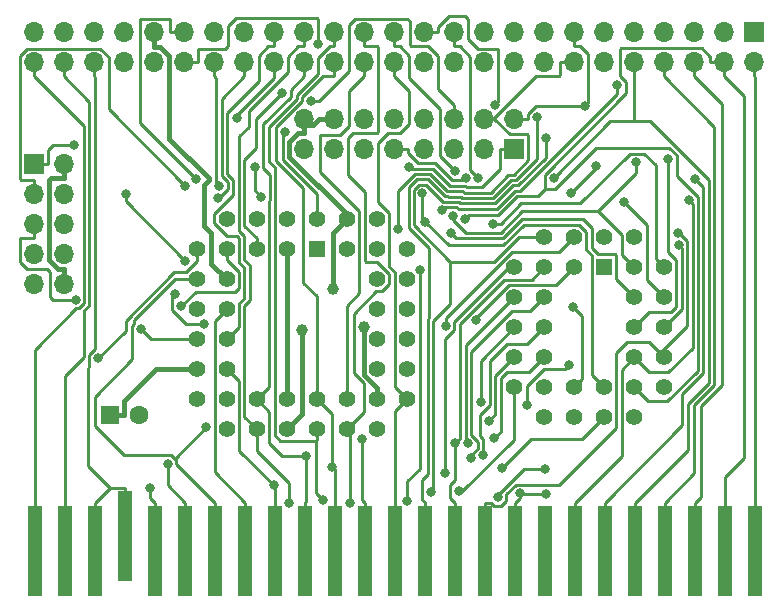
<source format=gbr>
G04 #@! TF.GenerationSoftware,KiCad,Pcbnew,5.1.5+dfsg1-2build2*
G04 #@! TF.CreationDate,2021-12-18T12:39:18+01:00*
G04 #@! TF.ProjectId,MSX USB Drive,4d535820-5553-4422-9044-726976652e6b,rev?*
G04 #@! TF.SameCoordinates,Original*
G04 #@! TF.FileFunction,Copper,L1,Top*
G04 #@! TF.FilePolarity,Positive*
%FSLAX46Y46*%
G04 Gerber Fmt 4.6, Leading zero omitted, Abs format (unit mm)*
G04 Created by KiCad (PCBNEW 5.1.5+dfsg1-2build2) date 2021-12-18 12:39:18*
%MOMM*%
%LPD*%
G04 APERTURE LIST*
%ADD10O,1.700000X1.700000*%
%ADD11R,1.700000X1.700000*%
%ADD12C,1.600000*%
%ADD13R,1.600000X1.600000*%
%ADD14C,1.422400*%
%ADD15R,1.422400X1.422400*%
%ADD16C,1.397000*%
%ADD17R,1.397000X1.397000*%
%ADD18R,1.270000X7.620000*%
%ADD19C,1.000000*%
%ADD20C,0.800000*%
%ADD21C,0.400000*%
%ADD22C,0.250000*%
G04 APERTURE END LIST*
D10*
X614616000Y707962000D03*
X614616000Y710502000D03*
X617156000Y707962000D03*
X617156000Y710502000D03*
X619696000Y707962000D03*
X619696000Y710502000D03*
X622236000Y707962000D03*
X622236000Y710502000D03*
X624776000Y707962000D03*
X624776000Y710502000D03*
X627316000Y707962000D03*
X627316000Y710502000D03*
X629856000Y707962000D03*
X629856000Y710502000D03*
X632396000Y707962000D03*
X632396000Y710502000D03*
X634936000Y707962000D03*
X634936000Y710502000D03*
X637476000Y707962000D03*
X637476000Y710502000D03*
X640016000Y707962000D03*
X640016000Y710502000D03*
X642556000Y707962000D03*
X642556000Y710502000D03*
X645096000Y707962000D03*
X645096000Y710502000D03*
X647636000Y707962000D03*
X647636000Y710502000D03*
X650176000Y707962000D03*
X650176000Y710502000D03*
X652716000Y707962000D03*
X652716000Y710502000D03*
X655256000Y707962000D03*
X655256000Y710502000D03*
X657796000Y707962000D03*
X657796000Y710502000D03*
X660336000Y707962000D03*
X660336000Y710502000D03*
X662876000Y707962000D03*
X662876000Y710502000D03*
X665416000Y707962000D03*
X665416000Y710502000D03*
X667956000Y707962000D03*
X667956000Y710502000D03*
X670496000Y707962000D03*
X670496000Y710502000D03*
X673036000Y707962000D03*
X673036000Y710502000D03*
X675576000Y707962000D03*
D11*
X675576000Y710502000D03*
D12*
X623530000Y678116000D03*
D13*
X621030000Y678116000D03*
D14*
X667956000Y690626000D03*
X667956000Y688086000D03*
X667956000Y685546000D03*
X667956000Y683006000D03*
X665416000Y688086000D03*
X665416000Y685546000D03*
X665416000Y683006000D03*
X665416000Y680466000D03*
X665416000Y677926000D03*
X662876000Y677926000D03*
X660336000Y677926000D03*
X657796000Y677926000D03*
X667956000Y680466000D03*
X662876000Y680466000D03*
X660336000Y680466000D03*
X657796000Y680466000D03*
X655256000Y680466000D03*
X655256000Y683006000D03*
X655256000Y685546000D03*
X655256000Y688086000D03*
X655256000Y690626000D03*
X657796000Y683006000D03*
X657796000Y685546000D03*
X657796000Y688086000D03*
X657796000Y690626000D03*
X665416000Y693166000D03*
X662876000Y693166000D03*
X657796000Y693166000D03*
X660336000Y693166000D03*
X665416000Y690626000D03*
X660336000Y690626000D03*
D15*
X662876000Y690626000D03*
D16*
X638556000Y694690000D03*
X641096000Y692150000D03*
X641096000Y694690000D03*
X643636000Y692150000D03*
X643636000Y694690000D03*
X646176000Y692150000D03*
X643636000Y689610000D03*
X646176000Y689610000D03*
X643636000Y687070000D03*
X646176000Y687070000D03*
X643636000Y684530000D03*
X646176000Y684530000D03*
X643636000Y681990000D03*
X646176000Y681990000D03*
X643636000Y679450000D03*
X646176000Y679450000D03*
X643636000Y676910000D03*
X641096000Y679450000D03*
X641096000Y676910000D03*
X638556000Y679450000D03*
X638556000Y676910000D03*
X636016000Y679450000D03*
X636016000Y676910000D03*
X633476000Y679450000D03*
X633476000Y676910000D03*
X630936000Y679450000D03*
X630936000Y676910000D03*
X628396000Y679450000D03*
X630936000Y681990000D03*
X628396000Y681990000D03*
X630936000Y684530000D03*
X628396000Y684530000D03*
X630936000Y687070000D03*
X628396000Y687070000D03*
X630936000Y689610000D03*
X628396000Y689610000D03*
X630936000Y692150000D03*
X628396000Y692150000D03*
X630936000Y694690000D03*
X633476000Y692150000D03*
X633476000Y694690000D03*
X636016000Y692150000D03*
X636016000Y694690000D03*
D17*
X638556000Y692150000D03*
D11*
X655256000Y700659000D03*
D10*
X655256000Y703199000D03*
X652716000Y700659000D03*
X652716000Y703199000D03*
X650176000Y700659000D03*
X650176000Y703199000D03*
X647636000Y700659000D03*
X647636000Y703199000D03*
X645096000Y700659000D03*
X645096000Y703199000D03*
X642556000Y700659000D03*
X642556000Y703199000D03*
X640016000Y700659000D03*
X640016000Y703199000D03*
X637476000Y700659000D03*
X637476000Y703199000D03*
D11*
X614616000Y699389000D03*
D10*
X617156000Y699389000D03*
X614616000Y696849000D03*
X617156000Y696849000D03*
X614616000Y694309000D03*
X617156000Y694309000D03*
X614616000Y691769000D03*
X617156000Y691769000D03*
X614616000Y689229000D03*
X617156000Y689229000D03*
D18*
X617220000Y666560000D03*
X614680000Y666560000D03*
X665480000Y666560000D03*
X675640000Y666560000D03*
X668020000Y666560000D03*
X662940000Y666560000D03*
X660400000Y666560000D03*
X657860000Y666560000D03*
X670560000Y666560000D03*
X673100000Y666560000D03*
X642620000Y666560000D03*
X640080000Y666560000D03*
X637540000Y666560000D03*
X650240000Y666560000D03*
X647700000Y666560000D03*
X652780000Y666560000D03*
X645160000Y666560000D03*
X655320000Y666560000D03*
X624840000Y666560000D03*
X635000000Y666560000D03*
X632460000Y666560000D03*
X629920000Y666560000D03*
X627380000Y666560000D03*
X622300000Y667830000D03*
X619760000Y666560000D03*
D19*
X639929000Y688819000D03*
X637278000Y685337000D03*
X642536000Y685580000D03*
D20*
X649169000Y695454000D03*
X664013000Y706051000D03*
X665576000Y699517000D03*
X661233000Y704285000D03*
X650094000Y694963000D03*
X668305000Y699794000D03*
X657861000Y673562000D03*
X653883000Y671156000D03*
X669190000Y692534000D03*
X652239000Y698153000D03*
X649407000Y673207000D03*
X653681000Y704393000D03*
X657954000Y701603000D03*
X648207000Y671564000D03*
X641350000Y670696000D03*
X653131000Y677646000D03*
X639065000Y670901000D03*
X652424000Y679208000D03*
X636174000Y670696000D03*
X651344000Y675704000D03*
X660274000Y687262000D03*
X651166000Y698220000D03*
X647725000Y694463000D03*
X627073000Y687307000D03*
X647505000Y696890000D03*
X646332000Y699095000D03*
X628318000Y698081000D03*
X625926000Y673978000D03*
X638655000Y709502000D03*
X654247000Y673613000D03*
X629162000Y677064000D03*
X630278000Y697521000D03*
X630231000Y696508000D03*
X650573000Y671659000D03*
X634902000Y672146000D03*
X631826000Y703237000D03*
X626521000Y688316000D03*
X629030000Y685791000D03*
X651576000Y674488000D03*
X637670000Y674646000D03*
X652666000Y674724000D03*
X639851000Y673746000D03*
X642398000Y676116000D03*
X653575000Y676143000D03*
X657223000Y703365000D03*
X664596000Y696114000D03*
X662213000Y699164000D03*
X660105000Y696903000D03*
X650240000Y675704000D03*
X669158000Y693536000D03*
X657962000Y671457000D03*
X655738000Y671492000D03*
X670086000Y696297000D03*
X645400000Y693901000D03*
X658635000Y698201000D03*
X651096000Y694683000D03*
X635629000Y705350000D03*
X638026000Y704708000D03*
X627422000Y691174000D03*
X622364000Y696785000D03*
X618012000Y701011000D03*
X633845000Y696584000D03*
X633296000Y699108000D03*
X627422000Y697533000D03*
X623641000Y685381000D03*
X618134000Y687872000D03*
X620021000Y682898000D03*
X659899000Y682314000D03*
X656366000Y678933000D03*
X652021000Y686113000D03*
X649478000Y685640000D03*
X653480000Y694277000D03*
X649922000Y693510000D03*
X635836000Y702110000D03*
X650265000Y698737000D03*
X647305000Y690385000D03*
X646219000Y670833000D03*
X624462000Y671891000D03*
X670576000Y698123000D03*
D21*
X621030000Y678116000D02*
X622231000Y678116000D01*
X622231000Y678116000D02*
X622231000Y679317000D01*
X622231000Y679317000D02*
X624904000Y681990000D01*
X624904000Y681990000D02*
X628396000Y681990000D01*
X636016000Y692150000D02*
X636016000Y679450000D01*
X643636000Y679450000D02*
X643636000Y680436000D01*
X643636000Y680436000D02*
X642536000Y681536000D01*
X642536000Y681536000D02*
X642536000Y685580000D01*
X641096000Y694690000D02*
X641096000Y695098000D01*
X641096000Y695098000D02*
X636225000Y699969000D01*
X636225000Y699969000D02*
X636225000Y701218000D01*
X636225000Y701218000D02*
X636955000Y701948000D01*
X636955000Y701948000D02*
X637476000Y701948000D01*
X639929000Y688819000D02*
X639929000Y693523000D01*
X639929000Y693523000D02*
X641096000Y694690000D01*
X630936000Y689610000D02*
X629608000Y690938000D01*
X629608000Y690938000D02*
X629608000Y693516000D01*
X629608000Y693516000D02*
X629007000Y694117000D01*
X629007000Y694117000D02*
X629007000Y697611000D01*
X629007000Y697611000D02*
X629394000Y697998000D01*
X629394000Y697998000D02*
X629394000Y698162000D01*
X629394000Y698162000D02*
X626046000Y701510000D01*
X626046000Y701510000D02*
X626046000Y708501000D01*
X626046000Y708501000D02*
X625296000Y709251000D01*
X625296000Y709251000D02*
X624776000Y709251000D01*
X636016000Y676910000D02*
X637278000Y678172000D01*
X637278000Y678172000D02*
X637278000Y685337000D01*
X617156000Y689229000D02*
X617156000Y690480000D01*
X617156000Y699389000D02*
X617156000Y698138000D01*
X617156000Y698138000D02*
X616021000Y698138000D01*
X616021000Y698138000D02*
X615905000Y698022000D01*
X615905000Y698022000D02*
X615905000Y691211000D01*
X615905000Y691211000D02*
X616636000Y690480000D01*
X616636000Y690480000D02*
X617156000Y690480000D01*
X640016000Y703199000D02*
X638765000Y703199000D01*
X637476000Y702630000D02*
X638196000Y702630000D01*
X638196000Y702630000D02*
X638765000Y703199000D01*
X637476000Y702630000D02*
X637476000Y701948000D01*
X637476000Y703199000D02*
X637476000Y702630000D01*
X624776000Y710502000D02*
X624776000Y709251000D01*
D22*
X664013000Y706051000D02*
X664013000Y705327000D01*
X664013000Y705327000D02*
X655780000Y697094000D01*
X655780000Y697094000D02*
X655345000Y697094000D01*
X655345000Y697094000D02*
X653841000Y695590000D01*
X653841000Y695590000D02*
X650494000Y695590000D01*
X650494000Y695590000D02*
X650395000Y695689000D01*
X650395000Y695689000D02*
X649404000Y695689000D01*
X649404000Y695689000D02*
X649169000Y695454000D01*
X650094000Y694963000D02*
X650094000Y694618000D01*
X650094000Y694618000D02*
X651161000Y693551000D01*
X651161000Y693551000D02*
X654151000Y693551000D01*
X654151000Y693551000D02*
X655969000Y695369000D01*
X655969000Y695369000D02*
X662345000Y695369000D01*
X661233000Y704285000D02*
X657117000Y704285000D01*
X657117000Y704285000D02*
X656432000Y703600000D01*
X656432000Y703600000D02*
X656432000Y703199000D01*
X662345000Y695369000D02*
X665576000Y698600000D01*
X665576000Y698600000D02*
X665576000Y699517000D01*
X662345000Y695369000D02*
X664372000Y693342000D01*
X664372000Y693342000D02*
X664372000Y691670000D01*
X664372000Y691670000D02*
X665416000Y690626000D01*
X661233000Y704285000D02*
X661513000Y704565000D01*
X661513000Y704565000D02*
X661513000Y708638000D01*
X661513000Y708638000D02*
X660825000Y709326000D01*
X660825000Y709326000D02*
X660336000Y709326000D01*
X660336000Y710502000D02*
X660336000Y709326000D01*
X655256000Y703199000D02*
X656432000Y703199000D01*
X665416000Y685546000D02*
X666686000Y686816000D01*
X666686000Y686816000D02*
X668587000Y686816000D01*
X668587000Y686816000D02*
X668994000Y687223000D01*
X668994000Y687223000D02*
X668994000Y691211000D01*
X668994000Y691211000D02*
X668305000Y691900000D01*
X668305000Y691900000D02*
X668305000Y699794000D01*
X669190000Y692534000D02*
X669466000Y692258000D01*
X669466000Y692258000D02*
X669466000Y687056000D01*
X669466000Y687056000D02*
X667956000Y685546000D01*
X657861000Y673562000D02*
X656144000Y673562000D01*
X656144000Y673562000D02*
X653883000Y671301000D01*
X653883000Y671301000D02*
X653883000Y671156000D01*
X652239000Y698153000D02*
X652239000Y698174000D01*
X652239000Y698174000D02*
X651539000Y698874000D01*
X651539000Y698874000D02*
X651539000Y708452000D01*
X651539000Y708452000D02*
X650665000Y709326000D01*
X650665000Y709326000D02*
X650176000Y709326000D01*
X655256000Y690626000D02*
X654806000Y690626000D01*
X654806000Y690626000D02*
X650204000Y686024000D01*
X650204000Y686024000D02*
X650204000Y685339000D01*
X650204000Y685339000D02*
X649407000Y684542000D01*
X649407000Y684542000D02*
X649407000Y673207000D01*
X650176000Y710502000D02*
X650176000Y709326000D01*
X657954000Y701603000D02*
X657954000Y699906000D01*
X657954000Y699906000D02*
X655593000Y697545000D01*
X655593000Y697545000D02*
X655158000Y697545000D01*
X655158000Y697545000D02*
X653654000Y696041000D01*
X653654000Y696041000D02*
X650681000Y696041000D01*
X650681000Y696041000D02*
X650582000Y696140000D01*
X650582000Y696140000D02*
X649510000Y696140000D01*
X649510000Y696140000D02*
X649470000Y696180000D01*
X649470000Y696180000D02*
X649242000Y696180000D01*
X649242000Y696180000D02*
X647806000Y697616000D01*
X647806000Y697616000D02*
X647205000Y697616000D01*
X647205000Y697616000D02*
X646779000Y697190000D01*
X646779000Y697190000D02*
X646779000Y694168000D01*
X646779000Y694168000D02*
X649860000Y691087000D01*
X649860000Y691087000D02*
X649860000Y687516000D01*
X649860000Y687516000D02*
X648409000Y686065000D01*
X648409000Y686065000D02*
X648409000Y671766000D01*
X648409000Y671766000D02*
X648207000Y671564000D01*
X657796000Y693166000D02*
X655682000Y693166000D01*
X655682000Y693166000D02*
X653603000Y691087000D01*
X653603000Y691087000D02*
X649860000Y691087000D01*
X647636000Y710502000D02*
X648812000Y710502000D01*
X653681000Y704393000D02*
X653914000Y704626000D01*
X653914000Y704626000D02*
X653914000Y709067000D01*
X653914000Y709067000D02*
X653842000Y709139000D01*
X653842000Y709139000D02*
X652179000Y709139000D01*
X652179000Y709139000D02*
X651374000Y709944000D01*
X651374000Y709944000D02*
X651374000Y711607000D01*
X651374000Y711607000D02*
X651065000Y711916000D01*
X651065000Y711916000D02*
X649737000Y711916000D01*
X649737000Y711916000D02*
X648812000Y710991000D01*
X648812000Y710991000D02*
X648812000Y710502000D01*
X641096000Y676910000D02*
X641350000Y676656000D01*
X641350000Y676656000D02*
X641350000Y670696000D01*
X653131000Y677646000D02*
X653675000Y678190000D01*
X653675000Y678190000D02*
X653675000Y681425000D01*
X653675000Y681425000D02*
X655256000Y683006000D01*
X642556000Y709326000D02*
X643660000Y709326000D01*
X643660000Y709326000D02*
X643732000Y709254000D01*
X643732000Y709254000D02*
X643732000Y702094000D01*
X643732000Y702094000D02*
X643660000Y702022000D01*
X643660000Y702022000D02*
X641616000Y702022000D01*
X641616000Y702022000D02*
X641193000Y701599000D01*
X641193000Y701599000D02*
X641193000Y698406000D01*
X641193000Y698406000D02*
X642611000Y696988000D01*
X642611000Y696988000D02*
X642611000Y691138000D01*
X642611000Y691138000D02*
X642683000Y691066000D01*
X642683000Y691066000D02*
X643630000Y691066000D01*
X643630000Y691066000D02*
X644661000Y690035000D01*
X644661000Y690035000D02*
X644661000Y689185000D01*
X644661000Y689185000D02*
X644061000Y688585000D01*
X644061000Y688585000D02*
X643587000Y688585000D01*
X643587000Y688585000D02*
X641675000Y686673000D01*
X641675000Y686673000D02*
X641675000Y681652000D01*
X641675000Y681652000D02*
X642527000Y680800000D01*
X642527000Y680800000D02*
X642527000Y678341000D01*
X642527000Y678341000D02*
X641096000Y676910000D01*
X642556000Y710502000D02*
X642556000Y709326000D01*
X638478000Y675885000D02*
X635483000Y675885000D01*
X635483000Y675885000D02*
X634990000Y676378000D01*
X634990000Y676378000D02*
X634990000Y696064000D01*
X634990000Y696064000D02*
X635022000Y696096000D01*
X635022000Y696096000D02*
X635022000Y699066000D01*
X635022000Y699066000D02*
X634473000Y699615000D01*
X634473000Y699615000D02*
X634473000Y702529000D01*
X634473000Y702529000D02*
X636849000Y704905000D01*
X636849000Y704905000D02*
X636849000Y705195000D01*
X636849000Y705195000D02*
X638653000Y706999000D01*
X638653000Y706999000D02*
X638653000Y708319000D01*
X638653000Y708319000D02*
X639660000Y709326000D01*
X639660000Y709326000D02*
X640016000Y709326000D01*
X638478000Y675885000D02*
X638478000Y671488000D01*
X638478000Y671488000D02*
X639065000Y670901000D01*
X638556000Y676910000D02*
X638556000Y675963000D01*
X638556000Y675963000D02*
X638478000Y675885000D01*
X655256000Y685546000D02*
X652424000Y682714000D01*
X652424000Y682714000D02*
X652424000Y679208000D01*
X640016000Y710502000D02*
X640016000Y709326000D01*
X633476000Y676910000D02*
X633476000Y675085000D01*
X633476000Y675085000D02*
X636174000Y672387000D01*
X636174000Y672387000D02*
X636174000Y670696000D01*
X651344000Y675704000D02*
X651174000Y675874000D01*
X651174000Y675874000D02*
X651174000Y684004000D01*
X651174000Y684004000D02*
X655256000Y688086000D01*
X637476000Y709326000D02*
X636987000Y709326000D01*
X636987000Y709326000D02*
X636114000Y708453000D01*
X636114000Y708453000D02*
X636114000Y707170000D01*
X636114000Y707170000D02*
X632780000Y703836000D01*
X632780000Y703836000D02*
X632780000Y702527000D01*
X632780000Y702527000D02*
X631971000Y701718000D01*
X631971000Y701718000D02*
X631971000Y693702000D01*
X631971000Y693702000D02*
X632422000Y693251000D01*
X632422000Y693251000D02*
X632422000Y691227000D01*
X632422000Y691227000D02*
X632865000Y690784000D01*
X632865000Y690784000D02*
X632865000Y687807000D01*
X632865000Y687807000D02*
X632422000Y687364000D01*
X632422000Y687364000D02*
X632422000Y677964000D01*
X632422000Y677964000D02*
X633476000Y676910000D01*
X637476000Y710502000D02*
X637476000Y709326000D01*
X634936000Y709326000D02*
X634447000Y709326000D01*
X634447000Y709326000D02*
X633666000Y708545000D01*
X633666000Y708545000D02*
X633666000Y706376000D01*
X633666000Y706376000D02*
X630959000Y703669000D01*
X630959000Y703669000D02*
X630959000Y698505000D01*
X630959000Y698505000D02*
X631455000Y698009000D01*
X631455000Y698009000D02*
X631455000Y696705000D01*
X631455000Y696705000D02*
X629851000Y695101000D01*
X629851000Y695101000D02*
X629851000Y694326000D01*
X629851000Y694326000D02*
X630944000Y693233000D01*
X630944000Y693233000D02*
X631802000Y693233000D01*
X631802000Y693233000D02*
X631962000Y693073000D01*
X631962000Y693073000D02*
X631962000Y691049000D01*
X631962000Y691049000D02*
X632414000Y690597000D01*
X632414000Y690597000D02*
X632414000Y687994000D01*
X632414000Y687994000D02*
X631962000Y687542000D01*
X631962000Y687542000D02*
X631962000Y685556000D01*
X631962000Y685556000D02*
X630936000Y684530000D01*
X634936000Y710502000D02*
X634936000Y709326000D01*
X646272000Y700659000D02*
X646272000Y700269000D01*
X646272000Y700269000D02*
X647121000Y699420000D01*
X647121000Y699420000D02*
X648554000Y699420000D01*
X648554000Y699420000D02*
X649964000Y698010000D01*
X649964000Y698010000D02*
X650956000Y698010000D01*
X650956000Y698010000D02*
X651166000Y698220000D01*
X660336000Y680466000D02*
X661005000Y681135000D01*
X661005000Y681135000D02*
X661005000Y686531000D01*
X661005000Y686531000D02*
X660274000Y687262000D01*
X645096000Y700659000D02*
X646272000Y700659000D01*
X647725000Y694463000D02*
X647505000Y694683000D01*
X647505000Y694683000D02*
X647505000Y696890000D01*
X662876000Y680466000D02*
X661836000Y681506000D01*
X661836000Y681506000D02*
X661836000Y691626000D01*
X661836000Y691626000D02*
X661385000Y692077000D01*
X661385000Y692077000D02*
X661385000Y693617000D01*
X661385000Y693617000D02*
X660781000Y694221000D01*
X660781000Y694221000D02*
X656099000Y694221000D01*
X656099000Y694221000D02*
X654342000Y692464000D01*
X654342000Y692464000D02*
X649724000Y692464000D01*
X649724000Y692464000D02*
X647725000Y694463000D01*
X630936000Y692150000D02*
X630936000Y691210000D01*
X630936000Y691210000D02*
X631961000Y690185000D01*
X631961000Y690185000D02*
X631961000Y688863000D01*
X631961000Y688863000D02*
X631643000Y688545000D01*
X631643000Y688545000D02*
X628311000Y688545000D01*
X628311000Y688545000D02*
X627073000Y687307000D01*
X654080000Y700659000D02*
X654080000Y698967000D01*
X654080000Y698967000D02*
X652507000Y697394000D01*
X652507000Y697394000D02*
X651242000Y697394000D01*
X651242000Y697394000D02*
X651143000Y697493000D01*
X651143000Y697493000D02*
X650071000Y697493000D01*
X650071000Y697493000D02*
X650031000Y697533000D01*
X650031000Y697533000D02*
X649803000Y697533000D01*
X649803000Y697533000D02*
X648367000Y698969000D01*
X648367000Y698969000D02*
X646458000Y698969000D01*
X646458000Y698969000D02*
X646332000Y699095000D01*
X626140000Y710502000D02*
X626140000Y711606000D01*
X626140000Y711606000D02*
X626068000Y711678000D01*
X626068000Y711678000D02*
X623670000Y711678000D01*
X623670000Y711678000D02*
X623599000Y711607000D01*
X623599000Y711607000D02*
X623599000Y702800000D01*
X623599000Y702800000D02*
X628318000Y698081000D01*
X627316000Y710502000D02*
X626140000Y710502000D01*
X655256000Y700659000D02*
X654080000Y700659000D01*
X627380000Y666560000D02*
X627380000Y670696000D01*
X627380000Y670696000D02*
X625926000Y672150000D01*
X625926000Y672150000D02*
X625926000Y673978000D01*
X628492000Y707962000D02*
X628492000Y709066000D01*
X628492000Y709066000D02*
X628564000Y709138000D01*
X628564000Y709138000D02*
X630795000Y709138000D01*
X630795000Y709138000D02*
X631033000Y709376000D01*
X631033000Y709376000D02*
X631033000Y711039000D01*
X631033000Y711039000D02*
X631700000Y711706000D01*
X631700000Y711706000D02*
X638603000Y711706000D01*
X638603000Y711706000D02*
X638655000Y711654000D01*
X638655000Y711654000D02*
X638655000Y709502000D01*
X627316000Y707962000D02*
X628492000Y707962000D01*
X628396000Y689610000D02*
X626515000Y689610000D01*
X626515000Y689610000D02*
X623042000Y686137000D01*
X623042000Y686137000D02*
X623042000Y685808000D01*
X623042000Y685808000D02*
X622915000Y685681000D01*
X622915000Y685681000D02*
X622915000Y682837000D01*
X622915000Y682837000D02*
X619744000Y679666000D01*
X619744000Y679666000D02*
X619744000Y677174000D01*
X619744000Y677174000D02*
X622214000Y674704000D01*
X622214000Y674704000D02*
X626227000Y674704000D01*
X626227000Y674704000D02*
X626514500Y674416500D01*
X629920000Y670696000D02*
X626652000Y673964000D01*
X626652000Y673964000D02*
X626652000Y674279000D01*
X626652000Y674279000D02*
X626514500Y674416500D01*
X629162000Y677064000D02*
X626514500Y674416500D01*
X662876000Y677926000D02*
X661040000Y676090000D01*
X661040000Y676090000D02*
X656724000Y676090000D01*
X656724000Y676090000D02*
X654247000Y673613000D01*
X630278000Y697521000D02*
X630002000Y697797000D01*
X630002000Y697797000D02*
X630002000Y706640000D01*
X630002000Y706640000D02*
X629856000Y706786000D01*
X629856000Y707962000D02*
X629856000Y706786000D01*
X629920000Y666560000D02*
X629920000Y670696000D01*
X632460000Y666560000D02*
X632460000Y670696000D01*
X630936000Y687070000D02*
X629910000Y686044000D01*
X629910000Y686044000D02*
X629910000Y673246000D01*
X629910000Y673246000D02*
X632460000Y670696000D01*
X630231000Y696508000D02*
X630292000Y696508000D01*
X630292000Y696508000D02*
X631004000Y697220000D01*
X631004000Y697220000D02*
X631004000Y697821000D01*
X631004000Y697821000D02*
X630508000Y698317000D01*
X630508000Y698317000D02*
X630508000Y704898000D01*
X630508000Y704898000D02*
X632396000Y706786000D01*
X632396000Y707962000D02*
X632396000Y706786000D01*
X634902000Y672146000D02*
X631970000Y675078000D01*
X631970000Y675078000D02*
X631970000Y680956000D01*
X631970000Y680956000D02*
X630936000Y681990000D01*
X635000000Y666560000D02*
X635000000Y672048000D01*
X635000000Y672048000D02*
X634902000Y672146000D01*
X650573000Y671659000D02*
X650880000Y671659000D01*
X650880000Y671659000D02*
X655256000Y676035000D01*
X655256000Y676035000D02*
X655256000Y680466000D01*
X629030000Y685791000D02*
X627510000Y685791000D01*
X627510000Y685791000D02*
X626319000Y686982000D01*
X626319000Y686982000D02*
X626319000Y688114000D01*
X626319000Y688114000D02*
X626521000Y688316000D01*
X631826000Y703237000D02*
X631826000Y703521000D01*
X631826000Y703521000D02*
X634936000Y706631000D01*
X634936000Y706631000D02*
X634936000Y707962000D01*
X651576000Y674488000D02*
X651576000Y674660000D01*
X651576000Y674660000D02*
X652215000Y675299000D01*
X652215000Y675299000D02*
X652215000Y675860000D01*
X652215000Y675860000D02*
X651644000Y676431000D01*
X651644000Y676431000D02*
X651644000Y683434000D01*
X651644000Y683434000D02*
X655096000Y686886000D01*
X655096000Y686886000D02*
X656596000Y686886000D01*
X656596000Y686886000D02*
X657796000Y688086000D01*
X633476000Y679450000D02*
X634538000Y680512000D01*
X634538000Y680512000D02*
X634538000Y696250000D01*
X634538000Y696250000D02*
X634571000Y696283000D01*
X634571000Y696283000D02*
X634571000Y698446000D01*
X634571000Y698446000D02*
X634022000Y698995000D01*
X634022000Y698995000D02*
X634022000Y702716000D01*
X634022000Y702716000D02*
X636355000Y705049000D01*
X636355000Y705049000D02*
X636355000Y705665000D01*
X636355000Y705665000D02*
X637476000Y706786000D01*
X637670000Y674646000D02*
X635605000Y674646000D01*
X635605000Y674646000D02*
X634538000Y675713000D01*
X634538000Y675713000D02*
X634538000Y678388000D01*
X634538000Y678388000D02*
X633476000Y679450000D01*
X637476000Y707962000D02*
X637476000Y706786000D01*
X637540000Y670696000D02*
X637670000Y670826000D01*
X637670000Y670826000D02*
X637670000Y674646000D01*
X637540000Y666560000D02*
X637540000Y670696000D01*
X652666000Y674724000D02*
X652666000Y676047000D01*
X652666000Y676047000D02*
X652387000Y676326000D01*
X652387000Y676326000D02*
X652387000Y678143000D01*
X652387000Y678143000D02*
X653224000Y678980000D01*
X653224000Y678980000D02*
X653224000Y682688000D01*
X653224000Y682688000D02*
X654624000Y684088000D01*
X654624000Y684088000D02*
X656338000Y684088000D01*
X656338000Y684088000D02*
X657796000Y685546000D01*
X640016000Y706786000D02*
X639078000Y706786000D01*
X639078000Y706786000D02*
X637300000Y705008000D01*
X637300000Y705008000D02*
X637300000Y704718000D01*
X637300000Y704718000D02*
X635110000Y702528000D01*
X635110000Y702528000D02*
X635110000Y699659000D01*
X635110000Y699659000D02*
X637422000Y697347000D01*
X637422000Y697347000D02*
X637422000Y689295000D01*
X637422000Y689295000D02*
X638556000Y688161000D01*
X638556000Y688161000D02*
X638556000Y679450000D01*
X639851000Y673746000D02*
X639851000Y678155000D01*
X639851000Y678155000D02*
X638556000Y679450000D01*
X640080000Y670696000D02*
X640080000Y673517000D01*
X640080000Y673517000D02*
X639851000Y673746000D01*
X640080000Y666560000D02*
X640080000Y670696000D01*
X640016000Y707962000D02*
X640016000Y706786000D01*
X653575000Y676143000D02*
X654126000Y676694000D01*
X654126000Y676694000D02*
X654126000Y681237000D01*
X654126000Y681237000D02*
X654625000Y681736000D01*
X654625000Y681736000D02*
X656526000Y681736000D01*
X656526000Y681736000D02*
X657796000Y683006000D01*
X642620000Y666560000D02*
X642620000Y670696000D01*
X642620000Y670696000D02*
X642398000Y670918000D01*
X642398000Y670918000D02*
X642398000Y676116000D01*
X642556000Y706786000D02*
X641286000Y705516000D01*
X641286000Y705516000D02*
X641286000Y702567000D01*
X641286000Y702567000D02*
X640555000Y701836000D01*
X640555000Y701836000D02*
X638890000Y701836000D01*
X638890000Y701836000D02*
X638839000Y701785000D01*
X638839000Y701785000D02*
X638839000Y698705000D01*
X638839000Y698705000D02*
X642128000Y695416000D01*
X642128000Y695416000D02*
X642128000Y688402000D01*
X642128000Y688402000D02*
X641096000Y687370000D01*
X641096000Y687370000D02*
X641096000Y679450000D01*
X642556000Y707962000D02*
X642556000Y706786000D01*
X645096000Y706786000D02*
X646331000Y705551000D01*
X646331000Y705551000D02*
X646331000Y702771000D01*
X646331000Y702771000D02*
X645583000Y702023000D01*
X645583000Y702023000D02*
X644607000Y702023000D01*
X644607000Y702023000D02*
X643734000Y701150000D01*
X643734000Y701150000D02*
X643734000Y696133000D01*
X643734000Y696133000D02*
X644674000Y695193000D01*
X644674000Y695193000D02*
X644674000Y690667000D01*
X644674000Y690667000D02*
X645151000Y690190000D01*
X645151000Y690190000D02*
X645151000Y680475000D01*
X645151000Y680475000D02*
X646176000Y679450000D01*
X645160000Y670696000D02*
X645160000Y678434000D01*
X645160000Y678434000D02*
X646176000Y679450000D01*
X645160000Y666560000D02*
X645160000Y670696000D01*
X645096000Y707962000D02*
X645096000Y706786000D01*
X657223000Y703365000D02*
X657223000Y699813000D01*
X657223000Y699813000D02*
X655406000Y697996000D01*
X655406000Y697996000D02*
X654971000Y697996000D01*
X654971000Y697996000D02*
X653467000Y696492000D01*
X653467000Y696492000D02*
X650868000Y696492000D01*
X650868000Y696492000D02*
X650769000Y696591000D01*
X650769000Y696591000D02*
X649697000Y696591000D01*
X649697000Y696591000D02*
X649657000Y696631000D01*
X649657000Y696631000D02*
X649429000Y696631000D01*
X649429000Y696631000D02*
X647993000Y698067000D01*
X647993000Y698067000D02*
X647018000Y698067000D01*
X647018000Y698067000D02*
X646328000Y697377000D01*
X646328000Y697377000D02*
X646328000Y693980000D01*
X646328000Y693980000D02*
X648056000Y692252000D01*
X648056000Y692252000D02*
X648056000Y686350000D01*
X648056000Y686350000D02*
X647958000Y686252000D01*
X647958000Y686252000D02*
X647958000Y673146000D01*
X647958000Y673146000D02*
X647428000Y672616000D01*
X647428000Y672616000D02*
X647428000Y670968000D01*
X647428000Y670968000D02*
X647700000Y670696000D01*
X647700000Y666560000D02*
X647700000Y670696000D01*
X667956000Y688086000D02*
X666508000Y689534000D01*
X666508000Y689534000D02*
X666508000Y694202000D01*
X666508000Y694202000D02*
X664596000Y696114000D01*
X650240000Y675704000D02*
X650240000Y672613000D01*
X650240000Y672613000D02*
X649847000Y672220000D01*
X649847000Y672220000D02*
X649847000Y671089000D01*
X649847000Y671089000D02*
X650240000Y670696000D01*
X650240000Y675704000D02*
X650655000Y676119000D01*
X650655000Y676119000D02*
X650655000Y685837000D01*
X650655000Y685837000D02*
X654397000Y689579000D01*
X654397000Y689579000D02*
X656749000Y689579000D01*
X656749000Y689579000D02*
X657796000Y690626000D01*
X660105000Y696903000D02*
X662213000Y699011000D01*
X662213000Y699011000D02*
X662213000Y699164000D01*
X650240000Y666560000D02*
X650240000Y670696000D01*
X669158000Y693536000D02*
X669223000Y693536000D01*
X669223000Y693536000D02*
X669919000Y692840000D01*
X669919000Y692840000D02*
X669919000Y685665000D01*
X669919000Y685665000D02*
X667608000Y683354000D01*
X667608000Y683354000D02*
X666686000Y684276000D01*
X666686000Y684276000D02*
X664792000Y684276000D01*
X664792000Y684276000D02*
X663914000Y683398000D01*
X663914000Y683398000D02*
X663914000Y677039000D01*
X663914000Y677039000D02*
X659093000Y672218000D01*
X659093000Y672218000D02*
X655438000Y672218000D01*
X655438000Y672218000D02*
X654609000Y671389000D01*
X654609000Y671389000D02*
X654609000Y670855000D01*
X654609000Y670855000D02*
X654184000Y670430000D01*
X654184000Y670430000D02*
X653583000Y670430000D01*
X653583000Y670430000D02*
X653317000Y670696000D01*
X653317000Y670696000D02*
X652780000Y670696000D01*
X667608000Y683354000D02*
X667956000Y683006000D01*
X652780000Y666560000D02*
X652780000Y670696000D01*
X655738000Y671457000D02*
X655738000Y671492000D01*
X655320000Y670696000D02*
X655738000Y671114000D01*
X655738000Y671114000D02*
X655738000Y671457000D01*
X655738000Y671457000D02*
X657962000Y671457000D01*
X655320000Y666560000D02*
X655320000Y670696000D01*
X653592000Y703199000D02*
X654913000Y701878000D01*
X654913000Y701878000D02*
X656361000Y701878000D01*
X656361000Y701878000D02*
X656433000Y701806000D01*
X656433000Y701806000D02*
X656433000Y699660000D01*
X656433000Y699660000D02*
X655220000Y698447000D01*
X655220000Y698447000D02*
X654784000Y698447000D01*
X654784000Y698447000D02*
X653280000Y696943000D01*
X653280000Y696943000D02*
X651055000Y696943000D01*
X651055000Y696943000D02*
X650956000Y697042000D01*
X650956000Y697042000D02*
X649884000Y697042000D01*
X649884000Y697042000D02*
X649844000Y697082000D01*
X649844000Y697082000D02*
X649616000Y697082000D01*
X649616000Y697082000D02*
X648180000Y698518000D01*
X648180000Y698518000D02*
X646831000Y698518000D01*
X646831000Y698518000D02*
X645400000Y697087000D01*
X645400000Y697087000D02*
X645400000Y693901000D01*
X653034000Y703199000D02*
X653514000Y703199000D01*
X653514000Y703199000D02*
X657101000Y706786000D01*
X657101000Y706786000D02*
X659088000Y706786000D01*
X659088000Y706786000D02*
X659160000Y706858000D01*
X659160000Y706858000D02*
X659160000Y707962000D01*
X660336000Y707962000D02*
X659160000Y707962000D01*
X653034000Y703199000D02*
X653592000Y703199000D01*
X652716000Y703199000D02*
X653034000Y703199000D01*
X665416000Y683006000D02*
X666686000Y681736000D01*
X666686000Y681736000D02*
X668335000Y681736000D01*
X668335000Y681736000D02*
X670370000Y683771000D01*
X670370000Y683771000D02*
X670370000Y696013000D01*
X670370000Y696013000D02*
X670086000Y696297000D01*
X660400000Y670696000D02*
X664366000Y674662000D01*
X664366000Y674662000D02*
X664366000Y681956000D01*
X664366000Y681956000D02*
X665416000Y683006000D01*
X660400000Y666560000D02*
X660400000Y670696000D01*
X665480000Y670696000D02*
X669964000Y675180000D01*
X669964000Y675180000D02*
X669964000Y679060000D01*
X669964000Y679060000D02*
X671723000Y680819000D01*
X671723000Y680819000D02*
X671723000Y698041000D01*
X671723000Y698041000D02*
X666787000Y702977000D01*
X666787000Y702977000D02*
X665416000Y702977000D01*
X665416000Y702977000D02*
X663411000Y702977000D01*
X663411000Y702977000D02*
X658635000Y698201000D01*
X665416000Y706786000D02*
X665416000Y702977000D01*
X665416000Y707962000D02*
X665416000Y706786000D01*
X665480000Y666560000D02*
X665480000Y670696000D01*
X657871000Y697237000D02*
X657277000Y696643000D01*
X657277000Y696643000D02*
X655532000Y696643000D01*
X655532000Y696643000D02*
X653892000Y695003000D01*
X653892000Y695003000D02*
X651416000Y695003000D01*
X651416000Y695003000D02*
X651096000Y694683000D01*
X657871000Y697237000D02*
X657871000Y698462000D01*
X657871000Y698462000D02*
X664750000Y705341000D01*
X664750000Y705341000D02*
X664750000Y706341000D01*
X664750000Y706341000D02*
X664239000Y706852000D01*
X664239000Y706852000D02*
X664239000Y709088000D01*
X664239000Y709088000D02*
X664311000Y709160000D01*
X664311000Y709160000D02*
X671151000Y709160000D01*
X671151000Y709160000D02*
X671860000Y708451000D01*
X671860000Y708451000D02*
X671860000Y707962000D01*
X665416000Y680466000D02*
X666616000Y679266000D01*
X666616000Y679266000D02*
X668224000Y679266000D01*
X668224000Y679266000D02*
X670821000Y681863000D01*
X670821000Y681863000D02*
X670821000Y696596000D01*
X670821000Y696596000D02*
X669031000Y698386000D01*
X669031000Y698386000D02*
X669031000Y700095000D01*
X669031000Y700095000D02*
X668404000Y700722000D01*
X668404000Y700722000D02*
X662186000Y700722000D01*
X662186000Y700722000D02*
X658701000Y697237000D01*
X658701000Y697237000D02*
X657871000Y697237000D01*
X673036000Y707962000D02*
X673036000Y706786000D01*
X673100000Y666560000D02*
X673100000Y672884000D01*
X673100000Y672884000D02*
X674720000Y674504000D01*
X674720000Y674504000D02*
X674720000Y705102000D01*
X674720000Y705102000D02*
X673036000Y706786000D01*
X673036000Y707962000D02*
X671860000Y707962000D01*
X635629000Y705350000D02*
X633431000Y703152000D01*
X633431000Y703152000D02*
X633431000Y700706000D01*
X633431000Y700706000D02*
X632423000Y699698000D01*
X632423000Y699698000D02*
X632423000Y694115000D01*
X632423000Y694115000D02*
X633476000Y693062000D01*
X633476000Y693062000D02*
X633476000Y692150000D01*
X650176000Y703199000D02*
X650176000Y704375000D01*
X650176000Y704375000D02*
X648813000Y705738000D01*
X648813000Y705738000D02*
X648813000Y708488000D01*
X648813000Y708488000D02*
X647975000Y709326000D01*
X647975000Y709326000D02*
X646531000Y709326000D01*
X646531000Y709326000D02*
X646459000Y709398000D01*
X646459000Y709398000D02*
X646459000Y711442000D01*
X646459000Y711442000D02*
X646222000Y711679000D01*
X646222000Y711679000D02*
X641833000Y711679000D01*
X641833000Y711679000D02*
X641286000Y711132000D01*
X641286000Y711132000D02*
X641286000Y707217000D01*
X641286000Y707217000D02*
X638777000Y704708000D01*
X638777000Y704708000D02*
X638026000Y704708000D01*
X622364000Y696785000D02*
X622364000Y696232000D01*
X622364000Y696232000D02*
X627422000Y691174000D01*
X614616000Y699389000D02*
X615792000Y699389000D01*
X615792000Y699389000D02*
X615792000Y700565000D01*
X615792000Y700565000D02*
X616238000Y701011000D01*
X616238000Y701011000D02*
X618012000Y701011000D01*
X614616000Y698025000D02*
X613512000Y698025000D01*
X613512000Y698025000D02*
X613440000Y698097000D01*
X613440000Y698097000D02*
X613440000Y708538000D01*
X613440000Y708538000D02*
X614041000Y709139000D01*
X614041000Y709139000D02*
X620222000Y709139000D01*
X620222000Y709139000D02*
X620966000Y708395000D01*
X620966000Y708395000D02*
X620966000Y703989000D01*
X620966000Y703989000D02*
X627422000Y697533000D01*
X614616000Y696849000D02*
X614616000Y698025000D01*
X633296000Y699108000D02*
X633296000Y697133000D01*
X633296000Y697133000D02*
X633845000Y696584000D01*
X628396000Y684530000D02*
X624492000Y684530000D01*
X624492000Y684530000D02*
X623641000Y685381000D01*
X614616000Y694309000D02*
X614616000Y693133000D01*
X614616000Y693133000D02*
X613512000Y693133000D01*
X613512000Y693133000D02*
X613440000Y693061000D01*
X613440000Y693061000D02*
X613440000Y691045000D01*
X613440000Y691045000D02*
X614051000Y690434000D01*
X614051000Y690434000D02*
X615721000Y690434000D01*
X615721000Y690434000D02*
X615937000Y690218000D01*
X615937000Y690218000D02*
X615937000Y688124000D01*
X615937000Y688124000D02*
X616189000Y687872000D01*
X616189000Y687872000D02*
X618134000Y687872000D01*
X620021000Y682898000D02*
X622366000Y685243000D01*
X622366000Y685243000D02*
X622366000Y686099000D01*
X622366000Y686099000D02*
X626490000Y690223000D01*
X626490000Y690223000D02*
X627498000Y690223000D01*
X627498000Y690223000D02*
X628396000Y691121000D01*
X628396000Y691121000D02*
X628396000Y692150000D01*
X656366000Y678933000D02*
X656366000Y680572000D01*
X656366000Y680572000D02*
X657762000Y681968000D01*
X657762000Y681968000D02*
X659553000Y681968000D01*
X659553000Y681968000D02*
X659899000Y682314000D01*
X660336000Y690626000D02*
X658834000Y689124000D01*
X658834000Y689124000D02*
X654823000Y689124000D01*
X654823000Y689124000D02*
X652022000Y686323000D01*
X652022000Y686323000D02*
X652022000Y686113000D01*
X652022000Y686113000D02*
X652021000Y686113000D01*
X649478000Y685640000D02*
X649478000Y686323000D01*
X649478000Y686323000D02*
X655051000Y691896000D01*
X655051000Y691896000D02*
X659066000Y691896000D01*
X659066000Y691896000D02*
X660336000Y693166000D01*
X653480000Y694277000D02*
X654123000Y694277000D01*
X654123000Y694277000D02*
X655878000Y696032000D01*
X655878000Y696032000D02*
X660864000Y696032000D01*
X660864000Y696032000D02*
X665076000Y700244000D01*
X665076000Y700244000D02*
X666303000Y700244000D01*
X666303000Y700244000D02*
X667304000Y699243000D01*
X667304000Y699243000D02*
X667304000Y691278000D01*
X667304000Y691278000D02*
X667956000Y690626000D01*
X649922000Y693510000D02*
X650332000Y693100000D01*
X650332000Y693100000D02*
X654338000Y693100000D01*
X654338000Y693100000D02*
X655910000Y694672000D01*
X655910000Y694672000D02*
X661088000Y694672000D01*
X661088000Y694672000D02*
X661837000Y693923000D01*
X661837000Y693923000D02*
X661837000Y692263000D01*
X661837000Y692263000D02*
X662350000Y691750000D01*
X662350000Y691750000D02*
X663788000Y691750000D01*
X663788000Y691750000D02*
X663914000Y691624000D01*
X663914000Y691624000D02*
X663914000Y689588000D01*
X663914000Y689588000D02*
X665416000Y688086000D01*
X638556000Y694690000D02*
X638556000Y696851000D01*
X638556000Y696851000D02*
X635678000Y699729000D01*
X635678000Y699729000D02*
X635678000Y701952000D01*
X635678000Y701952000D02*
X635836000Y702110000D01*
X617220000Y666560000D02*
X617220000Y681374000D01*
X617220000Y681374000D02*
X618844000Y682998000D01*
X618844000Y682998000D02*
X618844000Y686917000D01*
X618844000Y686917000D02*
X619311000Y687384000D01*
X619311000Y687384000D02*
X619311000Y704631000D01*
X619311000Y704631000D02*
X617156000Y706786000D01*
X617156000Y707962000D02*
X617156000Y706786000D01*
X614680000Y666560000D02*
X614680000Y683645000D01*
X614680000Y683645000D02*
X618181000Y687146000D01*
X618181000Y687146000D02*
X618435000Y687146000D01*
X618435000Y687146000D02*
X618860000Y687571000D01*
X618860000Y687571000D02*
X618860000Y702542000D01*
X618860000Y702542000D02*
X614616000Y706786000D01*
X614616000Y707962000D02*
X614616000Y706786000D01*
X675576000Y707962000D02*
X675576000Y706786000D01*
X675640000Y666560000D02*
X675640000Y670696000D01*
X675640000Y670696000D02*
X675640000Y706722000D01*
X675640000Y706722000D02*
X675576000Y706786000D01*
X667956000Y706786000D02*
X672211000Y702531000D01*
X672211000Y702531000D02*
X672211000Y680670000D01*
X672211000Y680670000D02*
X670495000Y678954000D01*
X670495000Y678954000D02*
X670495000Y673171000D01*
X670495000Y673171000D02*
X668020000Y670696000D01*
X667956000Y707962000D02*
X667956000Y706786000D01*
X668020000Y666560000D02*
X668020000Y670696000D01*
X670496000Y707962000D02*
X670496000Y706786000D01*
X670560000Y666560000D02*
X670560000Y670696000D01*
X670560000Y670696000D02*
X671068000Y671204000D01*
X671068000Y671204000D02*
X671068000Y678888000D01*
X671068000Y678888000D02*
X672850000Y680670000D01*
X672850000Y680670000D02*
X672850000Y704432000D01*
X672850000Y704432000D02*
X670496000Y706786000D01*
X645096000Y709326000D02*
X645585000Y709326000D01*
X645585000Y709326000D02*
X646366000Y708545000D01*
X646366000Y708545000D02*
X646366000Y706634000D01*
X646366000Y706634000D02*
X648999000Y704001000D01*
X648999000Y704001000D02*
X648999000Y700003000D01*
X648999000Y700003000D02*
X650265000Y698737000D01*
X647305000Y690385000D02*
X647305000Y673574000D01*
X647305000Y673574000D02*
X646219000Y672488000D01*
X646219000Y672488000D02*
X646219000Y670833000D01*
X645096000Y710502000D02*
X645096000Y709326000D01*
X624840000Y666560000D02*
X624840000Y670696000D01*
X624840000Y670696000D02*
X624462000Y671074000D01*
X624462000Y671074000D02*
X624462000Y671891000D01*
X621030000Y671966000D02*
X619193000Y673803000D01*
X619193000Y673803000D02*
X619193000Y682070000D01*
X619193000Y682070000D02*
X619295000Y682172000D01*
X619295000Y682172000D02*
X619295000Y683198000D01*
X619295000Y683198000D02*
X619762000Y683665000D01*
X619762000Y683665000D02*
X619762000Y706720000D01*
X619762000Y706720000D02*
X619696000Y706786000D01*
X619696000Y707962000D02*
X619696000Y706786000D01*
X621030000Y671966000D02*
X622300000Y671966000D01*
X619760000Y670696000D02*
X621030000Y671966000D01*
X622300000Y667830000D02*
X622300000Y671966000D01*
X619760000Y666560000D02*
X619760000Y670696000D01*
X662940000Y670696000D02*
X669513000Y677269000D01*
X669513000Y677269000D02*
X669513000Y679886000D01*
X669513000Y679886000D02*
X671272000Y681645000D01*
X671272000Y681645000D02*
X671272000Y697427000D01*
X671272000Y697427000D02*
X670576000Y698123000D01*
X662940000Y666560000D02*
X662940000Y670696000D01*
M02*

</source>
